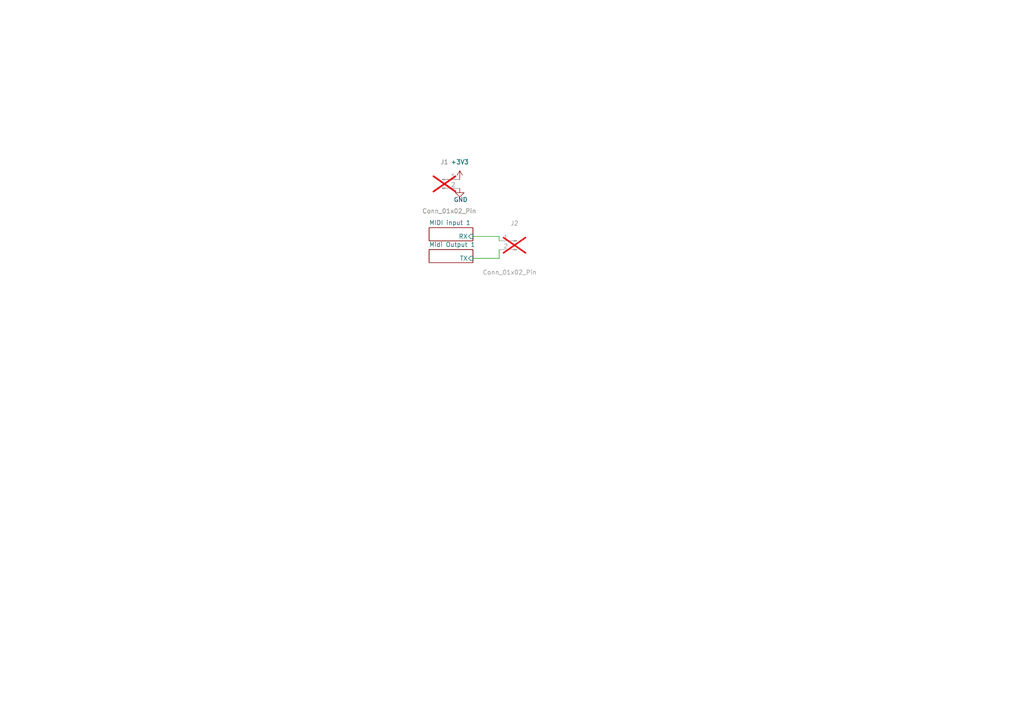
<source format=kicad_sch>
(kicad_sch (version 20231120) (generator "eeschema") (generator_version "8.0")
  (paper "A4")
  (lib_symbols
    (symbol "Connector:Conn_01x02_Pin" (pin_names (offset 1.016) hide)
      (property "Reference" "J" (at 0 2.54 0))
      (property "Value" "Conn_01x02_Pin" (at 0 -5.08 0))
      (symbol "Conn_01x02_Pin_1_1"
        (polyline (pts (xy 1.27 -2.54) (xy 0.8636 -2.54)) (stroke (width 0.1524)))
        (polyline (pts (xy 1.27 0) (xy 0.8636 0)) (stroke (width 0.1524)))
        (rectangle (start 0.8636 -2.413) (end 0 -2.667) (stroke (width 0.1524)) (fill (type outline)))
        (rectangle (start 0.8636 0.127) (end 0 -0.127) (stroke (width 0.1524)) (fill (type outline)))
        (pin passive line (at 5.08 0 180) (length 3.81) (name "Pin_1") (number "1"))
        (pin passive line (at 5.08 -2.54 180) (length 3.81) (name "Pin_2") (number "2"))
      )
    )
    (symbol "power:+3V3" (power) (pin_numbers hide) (pin_names (offset 0) hide)
      (property "Value" "+3V3" (at 0 3.556 0))
      (symbol "+3V3_0_1"
        (polyline (pts (xy -0.762 1.27) (xy 0 2.54)))
        (polyline (pts (xy 0 0) (xy 0 2.54)))
        (polyline (pts (xy 0 2.54) (xy 0.762 1.27)))
      )
      (symbol "+3V3_1_1"
        (pin power_in line (at 0 0 90) (length 0) (name "~") (number "1"))
      )
    )
    (symbol "power:GND" (power) (pin_numbers hide) (pin_names (offset 0) hide)
      (property "Value" "GND" (at 0 -3.81 0))
      (symbol "GND_0_1"
        (polyline (pts (xy 0 0) (xy 0 -1.27) (xy 1.27 -1.27) (xy 0 -2.54) (xy -1.27 -1.27) (xy 0 -1.27)))
      )
      (symbol "GND_1_1"
        (pin power_in line (at 0 0 270) (length 0) (name "~") (number "1"))
      )
    )
  )
  (wire (pts (xy 144.78 74.93) (xy 144.78 72.39)))
  (wire (pts (xy 137.16 74.93) (xy 144.78 74.93)))
  (wire (pts (xy 137.16 68.58) (xy 144.78 68.58)))
  (wire (pts (xy 144.78 68.58) (xy 144.78 69.85)))
  (symbol (lib_id "power:+3V3") (at 133.35 52.07 0) (unit 1)
    (property "Reference" "#PWR020" (effects (hide yes)))
    (property "Value" "+3V3" (at 133.35 46.99 0))
    (property "Description" "Power symbol creates a global label with name \"+3V3\"" (effects (hide yes)))
  )
  (symbol (lib_id "power:GND") (at 133.35 54.61 0) (unit 1)
    (property "Reference" "#PWR021" (effects (hide yes)))
    (property "Value" "GND" (at 133.604 57.912 0))
    (property "Description" "Power symbol creates a global label with name \"GND\" , ground" (effects (hide yes)))
  )
  (symbol (lib_id "Connector:Conn_01x02_Pin") (at 128.27 52.07 0) (unit 1) (in_bom no) (dnp yes)
    (property "Reference" "J1" (at 128.905 46.99 0))
    (property "Value" "Conn_01x02_Pin" (at 130.302 61.214 0))
    (property "Footprint" "Connector_PinHeader_2.54mm:PinHeader_1x02_P2.54mm_Vertical" (effects (hide yes)))
    (property "Description" "Generic connector, single row, 01x02, script generated" (effects (hide yes)))
  )
  (symbol (lib_id "Connector:Conn_01x02_Pin") (at 149.86 69.85 0) (mirror y) (unit 1) (in_bom no) (dnp yes)
    (property "Reference" "J2" (at 149.225 64.77 0))
    (property "Value" "Conn_01x02_Pin" (at 147.828 78.994 0))
    (property "Footprint" "Connector_PinHeader_2.54mm:PinHeader_1x02_P2.54mm_Vertical" (effects (hide yes)))
    (property "Description" "Generic connector, single row, 01x02, script generated" (effects (hide yes)))
  )
  (sheet (at 124.46 66.04) (size 12.7 3.81) (stroke (width 0.1524))
    (property "Sheetname" "MIDI input 1" (at 124.46 65.3284 0) (effects (justify left bottom)))
    (property "Sheetfile" "midi_input.kicad_sch" (effects (hide yes)))
    (pin "RX" input (at 137.16 68.58 0))
  )
  (sheet (at 124.46 72.39) (size 12.7 3.81) (stroke (width 0.1524))
    (property "Sheetname" "Midi Output 1" (at 124.46 71.6784 0) (effects (justify left bottom)))
    (property "Sheetfile" "midi_output.kicad_sch" (effects (hide yes)))
    (pin "TX" input (at 137.16 74.93 0))
  )
)
</source>
